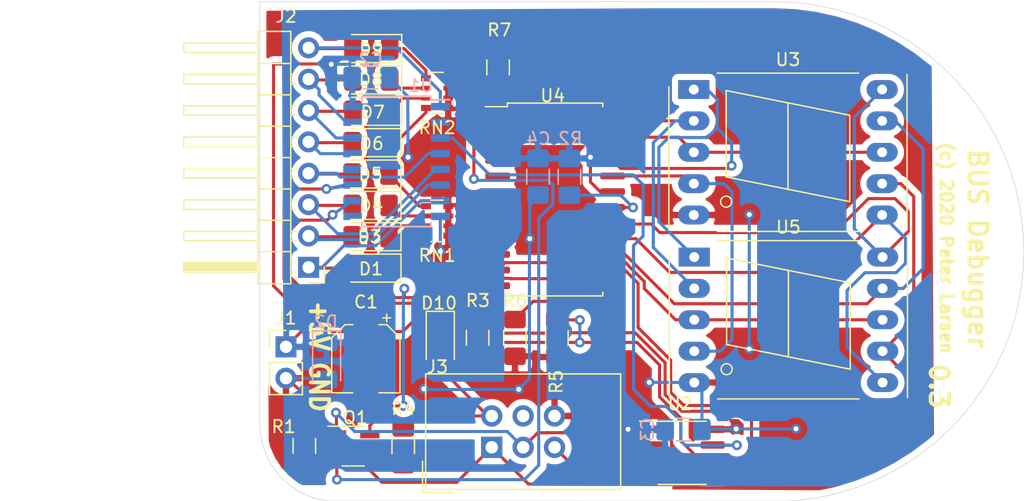
<source format=kicad_pcb>
(kicad_pcb (version 20171130) (host pcbnew 5.1.6-1.fc32)
  (title_block (title "LED/HEX Display") (date 2020-05-27) (rev 0.3))
  (layers (0 F.Cu power) (31 B.Cu power) (34 B.Paste user) (35 F.Paste user) (36 B.SilkS user) (37 F.SilkS user) (38 B.Mask user) (39 F.Mask user) (44 Edge.Cuts user))
  (net 0 "")
  (net 1 /LED0)
  (net 2 "Net-(D1-Pad1)")
  (net 3 +5V)
  (net 4 GND)
  (net 5 "Net-(D3-Pad1)")
  (net 6 /LED1)
  (net 7 /LED2)
  (net 8 "Net-(D4-Pad1)")
  (net 9 "Net-(D5-Pad1)")
  (net 10 /LED3)
  (net 11 /LED4)
  (net 12 "Net-(D6-Pad1)")
  (net 13 "Net-(D7-Pad1)")
  (net 14 /LED5)
  (net 15 "Net-(D8-Pad1)")
  (net 16 /LED6)
  (net 17 /LED7)
  (net 18 "Net-(D9-Pad1)")
  (net 19 /~RST)
  (net 20 INDATA)
  (net 21 "Net-(R2-Pad2)")
  (net 22 OUTDATA)
  (net 23 SEL_IN)
  (net 24 SEL_OUT)
  (net 25 /SEG_C)
  (net 26 /SEG_E)
  (net 27 /SEG_D)
  (net 28 /DIG_1)
  (net 29 /DIG_0)
  (net 30 /SEG_G)
  (net 31 /SEG_A)
  (net 32 /SEG_F)
  (net 33 /SEG_B)
  (net 34 /AVR-5v)
  (net 35 TPIDATA)
  (net 36 TPICLK)
  (net 37 SHARED_CLK)
  (net 38 "Net-(Q1-Pad2)")
  (module Package_SO:SOIC-16W_5.3x10.2mm_P1.27mm (layer B.Cu) (at 121.3485 87.249 180)
    (fp_text reference U1 (at -1.9685 6.1468) (layer B.SilkS) (effects (justify mirror)))
    (fp_text value 4021)
    (pad 1 smd rect (at -3.55 4.445 180) (size 1.5 0.6) (layers B.Cu B.Paste B.Mask) (net 17 /LED7))
    (pad 2 smd rect (at -3.55 3.175 180) (size 1.5 0.6) (layers B.Cu B.Paste B.Mask))
    (pad 3 smd rect (at -3.55 1.905 180) (size 1.5 0.6) (layers B.Cu B.Paste B.Mask) (net 20 INDATA))
    (pad 4 smd rect (at -3.55 0.635 180) (size 1.5 0.6) (layers B.Cu B.Paste B.Mask) (net 10 /LED3))
    (pad 5 smd rect (at -3.55 -0.635 180) (size 1.5 0.6) (layers B.Cu B.Paste B.Mask) (net 7 /LED2))
    (pad 6 smd rect (at -3.55 -1.905 180) (size 1.5 0.6) (layers B.Cu B.Paste B.Mask) (net 6 /LED1))
    (pad 7 smd rect (at -3.55 -3.175 180) (size 1.5 0.6) (layers B.Cu B.Paste B.Mask) (net 1 /LED0))
    (pad 8 smd rect (at -3.55 -4.445 180) (size 1.5 0.6) (layers B.Cu B.Paste B.Mask) (net 4 GND))
    (pad 9 smd rect (at 3.55 -4.445 180) (size 1.5 0.6) (layers B.Cu B.Paste B.Mask))
    (pad 10 smd rect (at 3.55 -3.175 180) (size 1.5 0.6) (layers B.Cu B.Paste B.Mask) (net 37 SHARED_CLK))
    (pad 11 smd rect (at 3.55 -1.905 180) (size 1.5 0.6) (layers B.Cu B.Paste B.Mask) (net 23 SEL_IN))
    (pad 12 smd rect (at 3.55 -0.635 180) (size 1.5 0.6) (layers B.Cu B.Paste B.Mask))
    (pad 13 smd rect (at 3.55 0.635 180) (size 1.5 0.6) (layers B.Cu B.Paste B.Mask) (net 11 /LED4))
    (pad 14 smd rect (at 3.55 1.905 180) (size 1.5 0.6) (layers B.Cu B.Paste B.Mask) (net 14 /LED5))
    (pad 15 smd rect (at 3.55 3.175 180) (size 1.5 0.6) (layers B.Cu B.Paste B.Mask) (net 16 /LED6))
    (pad 16 smd rect (at 3.55 4.445 180) (size 1.5 0.6) (layers B.Cu B.Paste B.Mask) (net 3 +5V))
  )
  (module Resistor_SMD:R_1206_3216Metric_Pad1.42x1.75mm_HandSolder (layer F.Cu) (at 127.9144 101.5238 90)
    (fp_text reference R3 (at 3.00754 0.02032 180) (layer F.SilkS))
    (fp_text value 1K)
    (pad 2 smd roundrect (at 1.4875 0 90) (size 1.425 1.75) (layers F.Cu F.Paste F.Mask) (roundrect_rratio 0.175439) (net 24 SEL_OUT))
    (pad 1 smd roundrect (at -1.4875 0 90) (size 1.425 1.75) (layers F.Cu F.Paste F.Mask) (roundrect_rratio 0.175439) (net 3 +5V))
  )
  (module Resistor_SMD:R_1206_3216Metric_Pad1.42x1.75mm_HandSolder (layer F.Cu) (at 134.3279 101.5492 270)
    (fp_text reference R5 (at 3.54584 0.05588 90) (layer F.SilkS))
    (fp_text value 1K)
    (pad 2 smd roundrect (at 1.4875 0 270) (size 1.425 1.75) (layers F.Cu F.Paste F.Mask) (roundrect_rratio 0.175439) (net 4 GND))
    (pad 1 smd roundrect (at -1.4875 0 270) (size 1.425 1.75) (layers F.Cu F.Paste F.Mask) (roundrect_rratio 0.175439) (net 23 SEL_IN))
  )
  (module Resistor_SMD:R_1206_3216Metric_Pad1.42x1.75mm_HandSolder (layer F.Cu) (at 130.937 101.5365 90)
    (fp_text reference R6 (at 3.03022 0.01524 180) (layer F.SilkS))
    (fp_text value 1K)
    (pad 2 smd roundrect (at 1.4875 0 90) (size 1.425 1.75) (layers F.Cu F.Paste F.Mask) (roundrect_rratio 0.175439) (net 37 SHARED_CLK))
    (pad 1 smd roundrect (at -1.4875 0 90) (size 1.425 1.75) (layers F.Cu F.Paste F.Mask) (roundrect_rratio 0.175439) (net 4 GND))
  )
  (module Resistor_SMD:R_1206_3216Metric_Pad1.42x1.75mm_HandSolder (layer F.Cu) (at 129.57048 79.63408 90)
    (fp_text reference R7 (at 3.03276 0.1016 180) (layer F.SilkS))
    (fp_text value 1K)
    (pad 2 smd roundrect (at 1.4875 0 90) (size 1.425 1.75) (layers F.Cu F.Paste F.Mask) (roundrect_rratio 0.175439) (net 4 GND))
    (pad 1 smd roundrect (at -1.4875 0 90) (size 1.425 1.75) (layers F.Cu F.Paste F.Mask) (roundrect_rratio 0.175439) (net 22 OUTDATA))
  )
  (module Resistor_SMD:R_1206_3216Metric_Pad1.42x1.75mm_HandSolder (layer F.Cu) (at 113.8936 110.2868 270)
    (fp_text reference R1 (at -1.5621 1.6764 180) (layer F.SilkS))
    (fp_text value 100k)
    (pad 2 smd roundrect (at 1.4875 0 270) (size 1.425 1.75) (layers F.Cu F.Paste F.Mask) (roundrect_rratio 0.175439) (net 38 "Net-(Q1-Pad2)"))
    (pad 1 smd roundrect (at -1.4875 0 270) (size 1.425 1.75) (layers F.Cu F.Paste F.Mask) (roundrect_rratio 0.175439) (net 4 GND))
  )
  (module Resistor_SMD:R_1206_3216Metric_Pad1.42x1.75mm_HandSolder (layer B.Cu) (at 135.34136 88.48852 270)
    (fp_text reference R2 (at -3.0988 -0.0762 180) (layer B.SilkS) (effects (justify mirror)))
    (fp_text value 33K)
    (pad 2 smd roundrect (at 1.4875 0 270) (size 1.425 1.75) (layers B.Cu B.Paste B.Mask) (roundrect_rratio 0.175439) (net 21 "Net-(R2-Pad2)"))
    (pad 1 smd roundrect (at -1.4875 0 270) (size 1.425 1.75) (layers B.Cu B.Paste B.Mask) (roundrect_rratio 0.175439) (net 3 +5V))
  )
  (module Resistor_SMD:R_1206_3216Metric_Pad1.42x1.75mm_HandSolder (layer F.Cu) (at 121.8946 110.3122 90)
    (fp_text reference R4 (at 3.048 0.01132 180) (layer F.SilkS))
    (fp_text value 1k)
    (pad 2 smd roundrect (at 1.4875 0 90) (size 1.425 1.75) (layers F.Cu F.Paste F.Mask) (roundrect_rratio 0.175439) (net 34 /AVR-5v))
    (pad 1 smd roundrect (at -1.4875 0 90) (size 1.425 1.75) (layers F.Cu F.Paste F.Mask) (roundrect_rratio 0.175439) (net 38 "Net-(Q1-Pad2)"))
  )
  (module Display_7Segment:7SegmentLED_LTS6760_LTS6780 (layer F.Cu) (at 145.4404 94.99092)
    (fp_text reference U5 (at 7.62 -2.42) (layer F.SilkS))
    (fp_text value "19x12mm 7segment")
    (pad 1 thru_hole rect (at 0 0 270) (size 1.524 2.524) (drill 0.8) (layers *.Cu *.Mask) (net 26 /SEG_E))
    (pad 2 thru_hole oval (at 0 2.54 270) (size 1.524 2.524) (drill 0.8) (layers *.Cu *.Mask) (net 27 /SEG_D))
    (pad 3 thru_hole oval (at 0 5.08 270) (size 1.524 2.524) (drill 0.8) (layers *.Cu *.Mask) (net 28 /DIG_1))
    (pad 4 thru_hole oval (at 0 7.62 270) (size 1.524 2.524) (drill 0.8) (layers *.Cu *.Mask) (net 25 /SEG_C))
    (pad 5 thru_hole oval (at 0 10.16 270) (size 1.524 2.524) (drill 0.8) (layers *.Cu *.Mask) (net 4 GND))
    (pad 6 thru_hole oval (at 15.24 10.16 270) (size 1.524 2.524) (drill 0.8) (layers *.Cu *.Mask) (net 33 /SEG_B))
    (pad 7 thru_hole oval (at 15.24 7.62 270) (size 1.524 2.524) (drill 0.8) (layers *.Cu *.Mask) (net 31 /SEG_A))
    (pad 8 thru_hole oval (at 15.24 5.08 270) (size 1.524 2.524) (drill 0.8) (layers *.Cu *.Mask) (net 28 /DIG_1))
    (pad 9 thru_hole oval (at 15.24 2.54 270) (size 1.524 2.524) (drill 0.8) (layers *.Cu *.Mask) (net 32 /SEG_F))
    (pad 10 thru_hole oval (at 15.24 0 270) (size 1.524 2.524) (drill 0.8) (layers *.Cu *.Mask) (net 30 /SEG_G))
  )
  (module Diode_SMD:D_1206_3216Metric_Pad1.42x1.75mm_HandSolder (layer B.Cu) (at 115.697 103.4161 270)
    (fp_text reference D2 (at -3.175 0.0635 180) (layer B.SilkS) (effects (justify mirror)))
    (fp_text value D_Zener)
    (pad 2 smd roundrect (at 1.4875 0 270) (size 1.425 1.75) (layers B.Cu B.Paste B.Mask) (roundrect_rratio 0.175439) (net 4 GND))
    (pad 1 smd roundrect (at -1.4875 0 270) (size 1.425 1.75) (layers B.Cu B.Paste B.Mask) (roundrect_rratio 0.175439) (net 3 +5V))
  )
  (module Connector_IDC:IDC-Header_2x03_P2.54mm_Vertical (layer F.Cu) (at 129.0574 110.4011 90)
    (fp_text reference J3 (at 6.5151 -4.3942 180) (layer F.SilkS))
    (fp_text value AVR-TPI-6)
    (pad 1 thru_hole rect (at 0 0 90) (size 1.7272 1.7272) (drill 1.016) (layers *.Cu *.Mask) (net 35 TPIDATA))
    (pad 2 thru_hole oval (at 2.54 0 90) (size 1.7272 1.7272) (drill 1.016) (layers *.Cu *.Mask) (net 34 /AVR-5v))
    (pad 3 thru_hole oval (at 0 2.54 90) (size 1.7272 1.7272) (drill 1.016) (layers *.Cu *.Mask) (net 36 TPICLK))
    (pad 4 thru_hole oval (at 2.54 2.54 90) (size 1.7272 1.7272) (drill 1.016) (layers *.Cu *.Mask))
    (pad 5 thru_hole oval (at 0 5.08 90) (size 1.7272 1.7272) (drill 1.016) (layers *.Cu *.Mask) (net 19 /~RST))
    (pad 6 thru_hole oval (at 2.54 5.08 90) (size 1.7272 1.7272) (drill 1.016) (layers *.Cu *.Mask) (net 4 GND))
  )
  (module Connector_PinHeader_2.54mm:PinHeader_1x08_P2.54mm_Horizontal (layer F.Cu) (at 114.2365 95.8215 180)
    (fp_text reference J2 (at 1.8161 20.3327) (layer F.SilkS))
    (fp_text value Conn_01x08)
    (pad 1 thru_hole rect (at 0 0 180) (size 1.7 1.7) (drill 1) (layers *.Cu *.Mask) (net 1 /LED0))
    (pad 2 thru_hole oval (at 0 2.54 180) (size 1.7 1.7) (drill 1) (layers *.Cu *.Mask) (net 6 /LED1))
    (pad 3 thru_hole oval (at 0 5.08 180) (size 1.7 1.7) (drill 1) (layers *.Cu *.Mask) (net 7 /LED2))
    (pad 4 thru_hole oval (at 0 7.62 180) (size 1.7 1.7) (drill 1) (layers *.Cu *.Mask) (net 10 /LED3))
    (pad 5 thru_hole oval (at 0 10.16 180) (size 1.7 1.7) (drill 1) (layers *.Cu *.Mask) (net 11 /LED4))
    (pad 6 thru_hole oval (at 0 12.7 180) (size 1.7 1.7) (drill 1) (layers *.Cu *.Mask) (net 14 /LED5))
    (pad 7 thru_hole oval (at 0 15.24 180) (size 1.7 1.7) (drill 1) (layers *.Cu *.Mask) (net 16 /LED6))
    (pad 8 thru_hole oval (at 0 17.78 180) (size 1.7 1.7) (drill 1) (layers *.Cu *.Mask) (net 17 /LED7))
  )
  (module Connector_PinHeader_2.54mm:PinHeader_1x02_P2.54mm_Vertical (layer F.Cu) (at 112.4077 102.2604)
    (fp_text reference J1 (at 0 -2.33) (layer F.SilkS))
    (fp_text value Conn_01x02_Male)
    (pad 1 thru_hole rect (at 0 0) (size 1.7 1.7) (drill 1) (layers *.Cu *.Mask) (net 3 +5V))
    (pad 2 thru_hole oval (at 0 2.54) (size 1.7 1.7) (drill 1) (layers *.Cu *.Mask) (net 4 GND))
  )
  (module LED_SMD:LED_1206_3216Metric_Pad1.42x1.75mm_HandSolder (layer F.Cu) (at 119.253 95.885 180)
    (fp_text reference D1 (at -0.0254 -0.0635) (layer F.SilkS))
    (fp_text value LED)
    (pad 2 smd roundrect (at 1.4875 0 180) (size 1.425 1.75) (layers F.Cu F.Paste F.Mask) (roundrect_rratio 0.175439) (net 1 /LED0))
    (pad 1 smd roundrect (at -1.4875 0 180) (size 1.425 1.75) (layers F.Cu F.Paste F.Mask) (roundrect_rratio 0.175439) (net 2 "Net-(D1-Pad1)"))
  )
  (module LED_SMD:LED_1206_3216Metric_Pad1.42x1.75mm_HandSolder (layer F.Cu) (at 119.253 93.345 180)
    (fp_text reference D3 (at 0.0762 0) (layer F.SilkS))
    (fp_text value LED)
    (pad 1 smd roundrect (at -1.4875 0 180) (size 1.425 1.75) (layers F.Cu F.Paste F.Mask) (roundrect_rratio 0.175439) (net 5 "Net-(D3-Pad1)"))
    (pad 2 smd roundrect (at 1.4875 0 180) (size 1.425 1.75) (layers F.Cu F.Paste F.Mask) (roundrect_rratio 0.175439) (net 6 /LED1))
  )
  (module LED_SMD:LED_1206_3216Metric_Pad1.42x1.75mm_HandSolder (layer F.Cu) (at 119.253 90.805 180)
    (fp_text reference D4 (at -0.0635 -0.0127) (layer F.SilkS))
    (fp_text value LED)
    (pad 2 smd roundrect (at 1.4875 0 180) (size 1.425 1.75) (layers F.Cu F.Paste F.Mask) (roundrect_rratio 0.175439) (net 7 /LED2))
    (pad 1 smd roundrect (at -1.4875 0 180) (size 1.425 1.75) (layers F.Cu F.Paste F.Mask) (roundrect_rratio 0.175439) (net 8 "Net-(D4-Pad1)"))
  )
  (module LED_SMD:LED_1206_3216Metric_Pad1.42x1.75mm_HandSolder (layer F.Cu) (at 119.253 88.265 180)
    (fp_text reference D5 (at 0 -0.0254) (layer F.SilkS))
    (fp_text value LED)
    (pad 1 smd roundrect (at -1.4875 0 180) (size 1.425 1.75) (layers F.Cu F.Paste F.Mask) (roundrect_rratio 0.175439) (net 9 "Net-(D5-Pad1)"))
    (pad 2 smd roundrect (at 1.4875 0 180) (size 1.425 1.75) (layers F.Cu F.Paste F.Mask) (roundrect_rratio 0.175439) (net 10 /LED3))
  )
  (module LED_SMD:LED_1206_3216Metric_Pad1.42x1.75mm_HandSolder (layer F.Cu) (at 119.253 85.725 180)
    (fp_text reference D6 (at -0.0889 -0.0762) (layer F.SilkS))
    (fp_text value LED)
    (pad 2 smd roundrect (at 1.4875 0 180) (size 1.425 1.75) (layers F.Cu F.Paste F.Mask) (roundrect_rratio 0.175439) (net 11 /LED4))
    (pad 1 smd roundrect (at -1.4875 0 180) (size 1.425 1.75) (layers F.Cu F.Paste F.Mask) (roundrect_rratio 0.175439) (net 12 "Net-(D6-Pad1)"))
  )
  (module LED_SMD:LED_1206_3216Metric_Pad1.42x1.75mm_HandSolder (layer F.Cu) (at 119.3165 83.185 180)
    (fp_text reference D7 (at -0.1143 -0.0762) (layer F.SilkS))
    (fp_text value LED)
    (pad 1 smd roundrect (at -1.4875 0 180) (size 1.425 1.75) (layers F.Cu F.Paste F.Mask) (roundrect_rratio 0.175439) (net 13 "Net-(D7-Pad1)"))
    (pad 2 smd roundrect (at 1.4875 0 180) (size 1.425 1.75) (layers F.Cu F.Paste F.Mask) (roundrect_rratio 0.175439) (net 14 /LED5))
  )
  (module LED_SMD:LED_1206_3216Metric_Pad1.42x1.75mm_HandSolder (layer F.Cu) (at 119.3165 80.645 180)
    (fp_text reference D8 (at 0.0381 0.0381) (layer F.SilkS))
    (fp_text value LED)
    (pad 1 smd roundrect (at -1.4875 0 180) (size 1.425 1.75) (layers F.Cu F.Paste F.Mask) (roundrect_rratio 0.175439) (net 15 "Net-(D8-Pad1)"))
    (pad 2 smd roundrect (at 1.4875 0 180) (size 1.425 1.75) (layers F.Cu F.Paste F.Mask) (roundrect_rratio 0.175439) (net 16 /LED6))
  )
  (module LED_SMD:LED_1206_3216Metric_Pad1.42x1.75mm_HandSolder (layer F.Cu) (at 119.3165 78.105 180)
    (fp_text reference D9 (at 0.0127 -0.0508) (layer F.SilkS))
    (fp_text value LED)
    (pad 2 smd roundrect (at 1.4875 0 180) (size 1.425 1.75) (layers F.Cu F.Paste F.Mask) (roundrect_rratio 0.175439) (net 17 /LED7))
    (pad 1 smd roundrect (at -1.4875 0 180) (size 1.425 1.75) (layers F.Cu F.Paste F.Mask) (roundrect_rratio 0.175439) (net 18 "Net-(D9-Pad1)"))
  )
  (module Package_SO:SOIC-8_3.9x4.9mm_P1.27mm (layer F.Cu) (at 144.4625 110.8456)
    (fp_text reference U2 (at -0.1651 -3.9751) (layer F.SilkS))
    (fp_text value ATtiny102-SS)
    (pad 1 smd roundrect (at -2.475 -1.905) (size 1.95 0.6) (layers F.Cu F.Paste F.Mask) (net 3 +5V))
    (pad 2 smd roundrect (at -2.475 -0.635) (size 1.95 0.6) (layers F.Cu F.Paste F.Mask) (net 36 TPICLK))
    (pad 3 smd roundrect (at -2.475 0.635) (size 1.95 0.6) (layers F.Cu F.Paste F.Mask) (net 35 TPIDATA))
    (pad 4 smd roundrect (at -2.475 1.905) (size 1.95 0.6) (layers F.Cu F.Paste F.Mask) (net 19 /~RST))
    (pad 5 smd roundrect (at 2.475 1.905) (size 1.95 0.6) (layers F.Cu F.Paste F.Mask) (net 24 SEL_OUT))
    (pad 6 smd roundrect (at 2.475 0.635) (size 1.95 0.6) (layers F.Cu F.Paste F.Mask) (net 23 SEL_IN))
    (pad 7 smd roundrect (at 2.475 -0.635) (size 1.95 0.6) (layers F.Cu F.Paste F.Mask) (net 20 INDATA))
    (pad 8 smd roundrect (at 2.475 -1.905) (size 1.95 0.6) (layers F.Cu F.Paste F.Mask) (net 4 GND))
  )
  (module Diode_SMD:D_1206_3216Metric (layer F.Cu) (at 124.8918 101.66858 270)
    (fp_text reference D10 (at -2.9464 0.1016 180) (layer F.SilkS))
    (fp_text value D)
    (pad 1 smd roundrect (at -1.4 0 270) (size 1.25 1.75) (layers F.Cu F.Paste F.Mask) (roundrect_rratio 0.2) (net 3 +5V))
    (pad 2 smd roundrect (at 1.4 0 270) (size 1.25 1.75) (layers F.Cu F.Paste F.Mask) (roundrect_rratio 0.2) (net 34 /AVR-5v))
  )
  (module Capacitor_SMD:C_1206_3216Metric_Pad1.42x1.75mm_HandSolder (layer B.Cu) (at 119.253 80.4545)
    (fp_text reference C2 (at 0 -1.524 180) (layer B.SilkS) (effects (justify mirror)))
    (fp_text value 0.1uF)
    (pad 2 smd roundrect (at 1.4875 0) (size 1.425 1.75) (layers B.Cu B.Paste B.Mask) (roundrect_rratio 0.175439) (net 4 GND))
    (pad 1 smd roundrect (at -1.4875 0) (size 1.425 1.75) (layers B.Cu B.Paste B.Mask) (roundrect_rratio 0.175439) (net 3 +5V))
  )
  (module Capacitor_SMD:C_1206_3216Metric_Pad1.42x1.75mm_HandSolder (layer B.Cu) (at 144.5768 108.966)
    (fp_text reference C3 (at -2.921 0 -270) (layer B.SilkS) (effects (justify mirror)))
    (fp_text value 0.1uF)
    (pad 1 smd roundrect (at -1.4875 0) (size 1.425 1.75) (layers B.Cu B.Paste B.Mask) (roundrect_rratio 0.175439) (net 3 +5V))
    (pad 2 smd roundrect (at 1.4875 0) (size 1.425 1.75) (layers B.Cu B.Paste B.Mask) (roundrect_rratio 0.175439) (net 4 GND))
  )
  (module Capacitor_SMD:C_1206_3216Metric_Pad1.42x1.75mm_HandSolder (layer B.Cu) (at 132.80136 88.4793 270)
    (fp_text reference C4 (at -3.06832 -0.03556) (layer B.SilkS) (effects (justify mirror)))
    (fp_text value 0.1uF)
    (pad 2 smd roundrect (at 1.4875 0 270) (size 1.425 1.75) (layers B.Cu B.Paste B.Mask) (roundrect_rratio 0.175439) (net 4 GND))
    (pad 1 smd roundrect (at -1.4875 0 270) (size 1.425 1.75) (layers B.Cu B.Paste B.Mask) (roundrect_rratio 0.175439) (net 3 +5V))
  )
  (module Display_7Segment:7SegmentLED_LTS6760_LTS6780 (layer F.Cu) (at 145.40484 81.42224)
    (fp_text reference U3 (at 7.62 -2.42) (layer F.SilkS))
    (fp_text value "19x12mm 7segment")
    (pad 10 thru_hole oval (at 15.24 0 270) (size 1.524 2.524) (drill 0.8) (layers *.Cu *.Mask) (net 30 /SEG_G))
    (pad 9 thru_hole oval (at 15.24 2.54 270) (size 1.524 2.524) (drill 0.8) (layers *.Cu *.Mask) (net 32 /SEG_F))
    (pad 8 thru_hole oval (at 15.24 5.08 270) (size 1.524 2.524) (drill 0.8) (layers *.Cu *.Mask) (net 29 /DIG_0))
    (pad 7 thru_hole oval (at 15.24 7.62 270) (size 1.524 2.524) (drill 0.8) (layers *.Cu *.Mask) (net 31 /SEG_A))
    (pad 6 thru_hole oval (at 15.24 10.16 270) (size 1.524 2.524) (drill 0.8) (layers *.Cu *.Mask) (net 33 /SEG_B))
    (pad 5 thru_hole oval (at 0 10.16 270) (size 1.524 2.524) (drill 0.8) (layers *.Cu *.Mask) (net 4 GND))
    (pad 4 thru_hole oval (at 0 7.62 270) (size 1.524 2.524) (drill 0.8) (layers *.Cu *.Mask) (net 25 /SEG_C))
    (pad 3 thru_hole oval (at 0 5.08 270) (size 1.524 2.524) (drill 0.8) (layers *.Cu *.Mask) (net 29 /DIG_0))
    (pad 2 thru_hole oval (at 0 2.54 270) (size 1.524 2.524) (drill 0.8) (layers *.Cu *.Mask) (net 27 /SEG_D))
    (pad 1 thru_hole rect (at 0 0 270) (size 1.524 2.524) (drill 0.8) (layers *.Cu *.Mask) (net 26 /SEG_E))
  )
  (module Package_TO_SOT_SMD:SOT-23-6_Handsoldering (layer F.Cu) (at 117.8433 110.2995)
    (fp_text reference Q1 (at 0.1778 -2.2987) (layer F.SilkS))
    (fp_text value DMMT5401)
    (pad 1 smd rect (at -1.35 -0.95) (size 1.56 0.65) (layers F.Cu F.Paste F.Mask) (net 36 TPICLK))
    (pad 2 smd rect (at -1.35 0) (size 1.56 0.65) (layers F.Cu F.Paste F.Mask) (net 38 "Net-(Q1-Pad2)"))
    (pad 3 smd rect (at -1.35 0.95) (size 1.56 0.65) (layers F.Cu F.Paste F.Mask) (net 22 OUTDATA))
    (pad 4 smd rect (at 1.35 0.95) (size 1.56 0.65) (layers F.Cu F.Paste F.Mask) (net 35 TPIDATA))
    (pad 6 smd rect (at 1.35 -0.95) (size 1.56 0.65) (layers F.Cu F.Paste F.Mask) (net 37 SHARED_CLK))
    (pad 5 smd rect (at 1.35 0) (size 1.56 0.65) (layers F.Cu F.Paste F.Mask) (net 38 "Net-(Q1-Pad2)"))
  )
  (module Package_SO:SOP-24_7.5x15.4mm_P1.27mm (layer F.Cu) (at 134.18312 90.32748)
    (fp_text reference U4 (at -0.1905 -8.4074) (layer F.SilkS))
    (fp_text value MAX7219)
    (pad 1 smd roundrect (at -4.65 -6.985) (size 2 0.55) (layers F.Cu F.Paste F.Mask) (net 22 OUTDATA))
    (pad 2 smd roundrect (at -4.65 -5.715) (size 2 0.55) (layers F.Cu F.Paste F.Mask) (net 29 /DIG_0))
    (pad 3 smd roundrect (at -4.65 -4.445) (size 2 0.55) (layers F.Cu F.Paste F.Mask))
    (pad 4 smd roundrect (at -4.65 -3.175) (size 2 0.55) (layers F.Cu F.Paste F.Mask) (net 4 GND))
    (pad 5 smd roundrect (at -4.65 -1.905) (size 2 0.55) (layers F.Cu F.Paste F.Mask))
    (pad 6 smd roundrect (at -4.65 -0.635) (size 2 0.55) (layers F.Cu F.Paste F.Mask))
    (pad 7 smd roundrect (at -4.65 0.635) (size 2 0.55) (layers F.Cu F.Paste F.Mask))
    (pad 8 smd roundrect (at -4.65 1.905) (size 2 0.55) (layers F.Cu F.Paste F.Mask))
    (pad 9 smd roundrect (at -4.65 3.175) (size 2 0.55) (layers F.Cu F.Paste F.Mask) (net 4 GND))
    (pad 10 smd roundrect (at -4.65 4.445) (size 2 0.55) (layers F.Cu F.Paste F.Mask))
    (pad 11 smd roundrect (at -4.65 5.715) (size 2 0.55) (layers F.Cu F.Paste F.Mask) (net 28 /DIG_1))
    (pad 12 smd roundrect (at -4.65 6.985) (size 2 0.55) (layers F.Cu F.Paste F.Mask) (net 24 SEL_OUT))
    (pad 13 smd roundrect (at 4.65 6.985) (size 2 0.55) (layers F.Cu F.Paste F.Mask) (net 37 SHARED_CLK))
    (pad 14 smd roundrect (at 4.65 5.715) (size 2 0.55) (layers F.Cu F.Paste F.Mask) (net 31 /SEG_A))
    (pad 15 smd roundrect (at 4.65 4.445) (size 2 0.55) (layers F.Cu F.Paste F.Mask) (net 32 /SEG_F))
    (pad 16 smd roundrect (at 4.65 3.175) (size 2 0.55) (layers F.Cu F.Paste F.Mask) (net 33 /SEG_B))
    (pad 17 smd roundrect (at 4.65 1.905) (size 2 0.55) (layers F.Cu F.Paste F.Mask) (net 30 /SEG_G))
    (pad 18 smd roundrect (at 4.65 0.635) (size 2 0.55) (layers F.Cu F.Paste F.Mask) (net 21 "Net-(R2-Pad2)"))
    (pad 19 smd roundrect (at 4.65 -0.635) (size 2 0.55) (layers F.Cu F.Paste F.Mask) (net 3 +5V))
    (pad 20 smd roundrect (at 4.65 -1.905) (size 2 0.55) (layers F.Cu F.Paste F.Mask) (net 25 /SEG_C))
    (pad 21 smd roundrect (at 4.65 -3.175) (size 2 0.55) (layers F.Cu F.Paste F.Mask) (net 26 /SEG_E))
    (pad 22 smd roundrect (at 4.65 -4.445) (size 2 0.55) (layers F.Cu F.Paste F.Mask))
    (pad 23 smd roundrect (at 4.65 -5.715) (size 2 0.55) (layers F.Cu F.Paste F.Mask) (net 27 /SEG_D))
    (pad 24 smd roundrect (at 4.65 -6.985) (size 2 0.55) (layers F.Cu F.Paste F.Mask))
  )
  (module Resistor_SMD:R_Array_Convex_4x0603 (layer F.Cu) (at 124.6378 92.0623 180)
    (fp_text reference RN1 (at 0 -2.8) (layer F.SilkS))
    (fp_text value 330)
    (pad 1 smd rect (at -0.9 -1.2 180) (size 0.8 0.5) (layers F.Cu F.Paste F.Mask) (net 4 GND))
    (pad 3 smd rect (at -0.9 0.4 180) (size 0.8 0.4) (layers F.Cu F.Paste F.Mask) (net 4 GND))
    (pad 2 smd rect (at -0.9 -0.4 180) (size 0.8 0.4) (layers F.Cu F.Paste F.Mask) (net 4 GND))
    (pad 4 smd rect (at -0.9 1.2 180) (size 0.8 0.5) (layers F.Cu F.Paste F.Mask) (net 4 GND))
    (pad 7 smd rect (at 0.9 -0.4 180) (size 0.8 0.4) (layers F.Cu F.Paste F.Mask) (net 5 "Net-(D3-Pad1)"))
    (pad 8 smd rect (at 0.9 -1.2 180) (size 0.8 0.5) (layers F.Cu F.Paste F.Mask) (net 2 "Net-(D1-Pad1)"))
    (pad 6 smd rect (at 0.9 0.4 180) (size 0.8 0.4) (layers F.Cu F.Paste F.Mask) (net 8 "Net-(D4-Pad1)"))
    (pad 5 smd rect (at 0.9 1.2 180) (size 0.8 0.5) (layers F.Cu F.Paste F.Mask) (net 9 "Net-(D5-Pad1)"))
  )
  (module Resistor_SMD:R_Array_Convex_4x0603 (layer F.Cu) (at 124.6378 81.7118 180)
    (fp_text reference RN2 (at 0 -2.8) (layer F.SilkS))
    (fp_text value 330)
    (pad 5 smd rect (at 0.9 1.2 180) (size 0.8 0.5) (layers F.Cu F.Paste F.Mask) (net 18 "Net-(D9-Pad1)"))
    (pad 6 smd rect (at 0.9 0.4 180) (size 0.8 0.4) (layers F.Cu F.Paste F.Mask) (net 15 "Net-(D8-Pad1)"))
    (pad 8 smd rect (at 0.9 -1.2 180) (size 0.8 0.5) (layers F.Cu F.Paste F.Mask) (net 12 "Net-(D6-Pad1)"))
    (pad 7 smd rect (at 0.9 -0.4 180) (size 0.8 0.4) (layers F.Cu F.Paste F.Mask) (net 13 "Net-(D7-Pad1)"))
    (pad 4 smd rect (at -0.9 1.2 180) (size 0.8 0.5) (layers F.Cu F.Paste F.Mask) (net 4 GND))
    (pad 2 smd rect (at -0.9 -0.4 180) (size 0.8 0.4) (layers F.Cu F.Paste F.Mask) (net 4 GND))
    (pad 3 smd rect (at -0.9 0.4 180) (size 0.8 0.4) (layers F.Cu F.Paste F.Mask) (net 4 GND))
    (pad 1 smd rect (at -0.9 -1.2 180) (size 0.8 0.5) (layers F.Cu F.Paste F.Mask) (net 4 GND))
  )
  (module Capacitor_SMD:CP_Elec_5x5.4 (layer F.Cu) (at 118.872 103.2256 270)
    (fp_text reference C1 (at -4.5974 -0.0127 180) (layer F.SilkS))
    (fp_text value 10uF)
    (pad 1 smd roundrect (at -2.2 0 270) (size 3 1.6) (layers F.Cu F.Paste F.Mask) (roundrect_rratio 0.15625) (net 3 +5V))
    (pad 2 smd roundrect (at 2.2 0 270) (size 3 1.6) (layers F.Cu F.Paste F.Mask) (roundrect_rratio 0.15625) (net 4 GND))
  )
  (gr_text 0.3 (at 165.24224 105.4481 270) (layer F.SilkS) (effects (font (size 1.5 1.5) (thickness 0.3))))
  (gr_arc (start 151.866603 94.545772) (end 152.9588 114.7572) (angle -176.542032) (layer Edge.Cuts) (width 0.05))
  (gr_text "(c) 2020 Peter Larsen" (at 165.85184 94.27464 270) (layer F.SilkS) (effects (font (size 1 1) (thickness 0.25))))
  (gr_text "BUS Debugger" (at 168.38168 94.32544 270) (layer F.SilkS) (effects (font (size 1.5 1.5) (thickness 0.3))))
  (gr_arc (start 116.581899 108.489803) (end 110.2868 108.5088) (angle -83.38862962) (layer Edge.Cuts) (width 0.05))
  (gr_text "+5V GND" (at 115.0874 103.0351 270) (layer F.SilkS) (effects (font (size 1.5 1.3) (thickness 0.3))))
  (gr_line (start 151.995473 74.305265) (end 110.2868 74.295) (layer Edge.Cuts) (width 0.05))
  (gr_line (start 115.875988 114.745226) (end 152.9588 114.7572) (layer Edge.Cuts) (width 0.05))
  (gr_line (start 110.2868 74.295) (end 110.2868 108.5088) (layer Edge.Cuts) (width 0.05))
  (segment (start 114.3 95.885) (end 114.2365 95.8215) (width 0.25) (layer F.Cu) (net 1))
  (segment (start 117.7655 95.885) (end 114.3 95.885) (width 0.25) (layer F.Cu) (net 1))
  (segment (start 115.3365 95.8215) (end 114.2365 95.8215) (width 0.25) (layer B.Cu) (net 1))
  (segment (start 117.08148 94.07652) (end 115.3365 95.8215) (width 0.25) (layer B.Cu) (net 1))
  (segment (start 119.65432 94.07652) (end 117.08148 94.07652) (width 0.25) (layer B.Cu) (net 1))
  (segment (start 123.30684 90.424) (end 119.65432 94.07652) (width 0.25) (layer B.Cu) (net 1))
  (segment (start 124.8985 90.424) (end 123.30684 90.424) (width 0.25) (layer B.Cu) (net 1))
  (segment (start 123.7759 94.1942) (end 123.7378 93.2623) (width 0.25) (layer F.Cu) (net 2))
  (segment (start 122.0851 95.885) (end 123.7759 94.1942) (width 0.25) (layer F.Cu) (net 2))
  (segment (start 120.7405 95.885) (end 122.0851 95.885) (width 0.25) (layer F.Cu) (net 2))
  (segment (start 117.7655 82.771) (end 117.7985 82.804) (width 0.25) (layer B.Cu) (net 3))
  (segment (start 117.7655 80.4545) (end 117.7655 82.771) (width 0.25) (layer B.Cu) (net 3))
  (via (at 116.078 79.375) (size 0.8) (drill 0.4) (layers F.Cu B.Cu) (net 3))
  (segment (start 117.561 79.375) (end 117.7655 79.5795) (width 0.25) (layer B.Cu) (net 3))
  (segment (start 116.078 79.375) (end 117.561 79.375) (width 0.25) (layer B.Cu) (net 3))
  (segment (start 117.7655 79.5795) (end 117.7655 80.4545) (width 0.25) (layer B.Cu) (net 3))
  (via (at 137.04316 86.90356) (size 0.8) (drill 0.4) (layers F.Cu B.Cu) (net 3))
  (segment (start 143.0639 108.9406) (end 143.0893 108.966) (width 0.25) (layer B.Cu) (net 3))
  (segment (start 139.60856 108.9406) (end 140.0937 108.9406) (width 0.25) (layer B.Cu) (net 3))
  (segment (start 137.04316 88.90252) (end 137.04316 86.90356) (width 0.25) (layer F.Cu) (net 3))
  (segment (start 137.83312 89.69248) (end 137.04316 88.90252) (width 0.25) (layer F.Cu) (net 3))
  (segment (start 138.83312 89.69248) (end 137.83312 89.69248) (width 0.25) (layer F.Cu) (net 3))
  (segment (start 135.43882 86.90356) (end 135.34136 87.00102) (width 0.25) (layer B.Cu) (net 3))
  (segment (start 137.04316 86.90356) (end 135.43882 86.90356) (width 0.25) (layer B.Cu) (net 3))
  (segment (start 141.9875 108.9406) (end 140.2461 108.9406) (width 0.25) (layer F.Cu) (net 3))
  (segment (start 140.0937 108.9406) (end 143.0639 108.9406) (width 0.25) (layer B.Cu) (net 3))
  (via (at 140.0937 108.9406) (size 0.8) (drill 0.4) (layers F.Cu B.Cu) (net 3))
  (segment (start 115.3652 102.2604) (end 115.697 101.9286) (width 0.25) (layer B.Cu) (net 3))
  (segment (start 112.4077 102.2604) (end 115.3652 102.2604) (width 0.25) (layer B.Cu) (net 3))
  (segment (start 122.61642 100.26858) (end 124.8918 100.26858) (width 0.25) (layer F.Cu) (net 3))
  (segment (start 118.872 101.0256) (end 121.8594 101.0256) (width 0.25) (layer F.Cu) (net 3))
  (segment (start 121.8594 101.0256) (end 122.61642 100.26858) (width 0.25) (layer F.Cu) (net 3))
  (segment (start 124.8918 100.5967) (end 124.8918 100.26858) (width 0.25) (layer F.Cu) (net 3))
  (segment (start 127.9144 103.0113) (end 124.8918 100.5967) (width 0.25) (layer F.Cu) (net 3))
  (segment (start 111.4044 97.3328) (end 112.4077 98.3361) (width 0.25) (layer F.Cu) (net 3))
  (segment (start 112.4077 98.3361) (end 112.4077 102.2604) (width 0.25) (layer F.Cu) (net 3))
  (segment (start 111.4044 79.375) (end 111.4044 97.3328) (width 0.25) (layer F.Cu) (net 3))
  (segment (start 111.4298 79.3496) (end 111.4044 79.375) (width 0.25) (layer F.Cu) (net 3))
  (segment (start 116.0526 79.3496) (end 111.4298 79.3496) (width 0.25) (layer F.Cu) (net 3))
  (segment (start 116.078 79.375) (end 116.0526 79.3496) (width 0.25) (layer F.Cu) (net 3))
  (segment (start 113.6425 101.0256) (end 118.872 101.0256) (width 0.25) (layer F.Cu) (net 3))
  (segment (start 112.4077 102.2604) (end 113.6425 101.0256) (width 0.25) (layer F.Cu) (net 3))
  (via (at 122.2883 86.9061) (size 0.8) (drill 0.4) (layers F.Cu B.Cu) (net 4))
  (segment (start 122.2883 86.9061) (end 122.2629 81.9769) (width 0.25) (layer B.Cu) (net 4))
  (segment (start 122.2629 81.9769) (end 120.7405 80.4545) (width 0.25) (layer B.Cu) (net 4))
  (segment (start 124.8985 93.6819) (end 124.8985 91.694) (width 0.25) (layer B.Cu) (net 4))
  (segment (start 124.90704 94.52864) (end 124.8985 93.6819) (width 0.25) (layer B.Cu) (net 4))
  (via (at 124.90704 94.52864) (size 0.8) (drill 0.4) (layers F.Cu B.Cu) (net 4))
  (segment (start 145.4404 105.41) (end 145.4404 105.15092) (width 0.25) (layer B.Cu) (net 4))
  (segment (start 146.0643 105.77482) (end 145.4404 105.15092) (width 0.25) (layer B.Cu) (net 4))
  (segment (start 146.0643 108.966) (end 146.0643 105.77482) (width 0.25) (layer B.Cu) (net 4))
  (segment (start 146.1024 108.9279) (end 146.0643 108.966) (width 0.25) (layer B.Cu) (net 4))
  (segment (start 148.82876 108.91012) (end 146.1024 108.9279) (width 0.25) (layer B.Cu) (net 4))
  (via (at 148.82876 108.91012) (size 0.8) (drill 0.4) (layers F.Cu B.Cu) (net 4))
  (via (at 153.67508 108.89996) (size 0.8) (drill 0.4) (layers F.Cu B.Cu) (net 4))
  (segment (start 153.66492 108.91012) (end 153.67508 108.89996) (width 0.25) (layer B.Cu) (net 4))
  (segment (start 148.82876 108.91012) (end 153.66492 108.91012) (width 0.25) (layer B.Cu) (net 4))
  (segment (start 125.5759 93.85978) (end 125.5378 93.2623) (width 0.25) (layer F.Cu) (net 4))
  (segment (start 124.90704 94.52864) (end 125.5759 93.85978) (width 0.25) (layer F.Cu) (net 4))
  (segment (start 125.5378 93.2623) (end 125.5378 90.8623) (width 0.25) (layer F.Cu) (net 4))
  (segment (start 125.5378 90.8623) (end 125.5649 90.8352) (width 0.25) (layer F.Cu) (net 4))
  (segment (start 125.5378 82.9118) (end 125.5378 82.1118) (width 0.25) (layer F.Cu) (net 4))
  (segment (start 125.5378 81.3118) (end 125.5378 82.1118) (width 0.25) (layer F.Cu) (net 4))
  (segment (start 125.5378 81.3118) (end 125.5378 80.5118) (width 0.25) (layer F.Cu) (net 4))
  (segment (start 125.5395 82.9135) (end 125.5378 82.9118) (width 0.25) (layer F.Cu) (net 4))
  (segment (start 113.58372 105.80878) (end 112.4077 104.8004) (width 0.25) (layer F.Cu) (net 4))
  (segment (start 113.58372 108.22018) (end 113.58372 105.80878) (width 0.25) (layer F.Cu) (net 4))
  (segment (start 115.5938 104.8004) (end 115.697 104.9036) (width 0.25) (layer B.Cu) (net 4))
  (segment (start 112.4077 104.8004) (end 115.5938 104.8004) (width 0.25) (layer B.Cu) (net 4))
  (segment (start 118.2468 104.8004) (end 112.4077 104.8004) (width 0.25) (layer F.Cu) (net 4))
  (segment (start 119.1133 105.6669) (end 118.2468 104.8004) (width 0.25) (layer F.Cu) (net 4))
  (segment (start 123.5586 105.6669) (end 119.1133 105.6669) (width 0.25) (layer F.Cu) (net 4))
  (via (at 123.5586 105.6669) (size 0.8) (drill 0.4) (layers F.Cu B.Cu) (net 4))
  (via (at 141.8082 105.14076) (size 0.8) (drill 0.4) (layers F.Cu B.Cu) (net 4))
  (segment (start 141.8082 105.14076) (end 145.4404 105.15092) (width 0.25) (layer B.Cu) (net 4))
  (segment (start 148.2598 91.58224) (end 145.40484 91.58224) (width 0.25) (layer F.Cu) (net 4))
  (segment (start 149.895935 91.547055) (end 148.2598 91.58224) (width 0.25) (layer F.Cu) (net 4))
  (via (at 149.895935 91.547055) (size 0.8) (drill 0.4) (layers F.Cu B.Cu) (net 4))
  (segment (start 149.895935 91.547055) (end 149.89048 102.4382) (width 0.25) (layer B.Cu) (net 4))
  (via (at 149.89048 102.4382) (size 0.8) (drill 0.4) (layers F.Cu B.Cu) (net 4))
  (segment (start 148.25472 105.15092) (end 145.4404 105.15092) (width 0.25) (layer F.Cu) (net 4))
  (segment (start 149.89048 103.51516) (end 148.25472 105.15092) (width 0.25) (layer F.Cu) (net 4))
  (segment (start 149.89048 102.4382) (end 149.89048 103.51516) (width 0.25) (layer F.Cu) (net 4))
  (segment (start 132.80644 90.13444) (end 132.12969 90.81119) (width 0.25) (layer B.Cu) (net 4))
  (via (at 132.12969 93.50248) (size 0.8) (drill 0.4) (layers F.Cu B.Cu) (net 4))
  (segment (start 132.12969 90.81119) (end 132.12969 93.50248) (width 0.25) (layer B.Cu) (net 4))
  (segment (start 129.53312 93.50248) (end 132.12969 93.50248) (width 0.25) (layer F.Cu) (net 4))
  (segment (start 131.0005 103.0875) (end 130.937 103.024) (width 0.25) (layer F.Cu) (net 4))
  (segment (start 141.8082 105.14076) (end 139.75494 103.0875) (width 0.25) (layer F.Cu) (net 4))
  (segment (start 134.2771 103.024) (end 134.3406 103.0875) (width 0.25) (layer F.Cu) (net 4))
  (segment (start 134.3406 103.0875) (end 139.75494 103.0875) (width 0.25) (layer F.Cu) (net 4))
  (segment (start 123.61666 105.72496) (end 123.5586 105.6669) (width 0.25) (layer B.Cu) (net 4))
  (segment (start 131.2418 105.7021) (end 123.61666 105.72496) (width 0.25) (layer B.Cu) (net 4))
  (via (at 131.2418 105.7021) (size 0.8) (drill 0.4) (layers F.Cu B.Cu) (net 4))
  (segment (start 132.1054 93.52677) (end 132.12969 93.50248) (width 0.25) (layer B.Cu) (net 4))
  (segment (start 132.1054 104.8385) (end 132.1054 93.52677) (width 0.25) (layer B.Cu) (net 4))
  (segment (start 131.2418 105.7021) (end 132.1054 104.8385) (width 0.25) (layer B.Cu) (net 4))
  (segment (start 121.6232 92.4623) (end 123.7378 92.4623) (width 0.25) (layer F.Cu) (net 5))
  (segment (start 120.7405 93.345) (end 121.6232 92.4623) (width 0.25) (layer F.Cu) (net 5))
  (segment (start 114.3 93.345) (end 114.2365 93.2815) (width 0.25) (layer F.Cu) (net 6))
  (segment (start 117.7655 93.345) (end 114.3 93.345) (width 0.25) (layer F.Cu) (net 6))
  (segment (start 114.53368 93.57868) (end 114.2365 93.2815) (width 0.25) (layer B.Cu) (net 6))
  (segment (start 119.488091 93.57868) (end 114.53368 93.57868) (width 0.25) (layer B.Cu) (net 6))
  (segment (start 119.799531 93.26724) (end 119.488091 93.57868) (width 0.25) (layer B.Cu) (net 6))
  (segment (start 119.799531 93.252969) (end 119.799531 93.26724) (width 0.25) (layer B.Cu) (net 6))
  (segment (start 123.8985 89.154) (end 119.799531 93.252969) (width 0.25) (layer B.Cu) (net 6))
  (segment (start 124.8985 89.154) (end 123.8985 89.154) (width 0.25) (layer B.Cu) (net 6))
  (segment (start 114.3 90.805) (end 114.2365 90.7415) (width 0.25) (layer F.Cu) (net 7))
  (segment (start 117.7655 90.805) (end 114.3 90.805) (width 0.25) (layer F.Cu) (net 7))
  (segment (start 116.59616 93.10116) (end 114.2365 90.7415) (width 0.25) (layer B.Cu) (net 7))
  (segment (start 119.3292 93.10116) (end 116.59616 93.10116) (width 0.25) (layer B.Cu) (net 7))
  (segment (start 119.34952 93.08084) (end 119.3292 93.10116) (width 0.25) (layer B.Cu) (net 7))
  (segment (start 124.52096 87.884) (end 119.34952 93.05544) (width 0.25) (layer B.Cu) (net 7))
  (segment (start 119.34952 93.05544) (end 119.34952 93.08084) (width 0.25) (layer B.Cu) (net 7))
  (segment (start 124.8985 87.884) (end 124.52096 87.884) (width 0.25) (layer B.Cu) (net 7))
  (segment (start 121.5978 91.6623) (end 123.7378 91.6623) (width 0.25) (layer F.Cu) (net 8))
  (segment (start 120.7405 90.805) (end 121.5978 91.6623) (width 0.25) (layer F.Cu) (net 8))
  (segment (start 123.1838 90.8623) (end 123.7378 90.8623) (width 0.25) (layer F.Cu) (net 9))
  (segment (start 120.7405 88.265) (end 123.1838 90.8623) (width 0.25) (layer F.Cu) (net 9))
  (segment (start 114.3 88.265) (end 114.2365 88.2015) (width 0.25) (layer F.Cu) (net 10))
  (segment (start 117.7655 88.265) (end 114.3 88.265) (width 0.25) (layer F.Cu) (net 10))
  (segment (start 116.4717 88.2015) (end 114.2365 88.2015) (width 0.25) (layer B.Cu) (net 10))
  (segment (start 116.788499 88.509001) (end 116.5352 88.255702) (width 0.25) (layer B.Cu) (net 10))
  (segment (start 116.5352 88.255702) (end 116.5352 88.265) (width 0.25) (layer B.Cu) (net 10))
  (segment (start 118.8185 88.519) (end 118.808501 88.509001) (width 0.25) (layer B.Cu) (net 10))
  (segment (start 118.808501 88.509001) (end 116.788499 88.509001) (width 0.25) (layer B.Cu) (net 10))
  (segment (start 121.9935 88.519) (end 118.8185 88.519) (width 0.25) (layer B.Cu) (net 10))
  (segment (start 116.5352 88.265) (end 116.4717 88.2015) (width 0.25) (layer B.Cu) (net 10))
  (segment (start 123.8985 86.614) (end 121.9935 88.519) (width 0.25) (layer B.Cu) (net 10))
  (segment (start 124.8985 86.614) (end 123.8985 86.614) (width 0.25) (layer B.Cu) (net 10))
  (segment (start 115.189 86.614) (end 114.2365 85.6615) (width 0.25) (layer B.Cu) (net 11))
  (segment (start 117.7985 86.614) (end 115.189 86.614) (width 0.25) (layer B.Cu) (net 11))
  (segment (start 114.3 85.725) (end 114.2365 85.6615) (width 0.25) (layer F.Cu) (net 11))
  (segment (start 117.7655 85.725) (end 114.3 85.725) (width 0.25) (layer F.Cu) (net 11))
  (segment (start 120.7405 85.725) (end 121.2866 85.1789) (width 0.25) (layer F.Cu) (net 12))
  (segment (start 123.7378 83.2722) (end 123.7378 82.9118) (width 0.25) (layer F.Cu) (net 12))
  (segment (start 121.285 85.725) (end 123.7378 83.2722) (width 0.25) (layer F.Cu) (net 12))
  (segment (start 120.7405 85.725) (end 121.285 85.725) (width 0.25) (layer F.Cu) (net 12))
  (segment (start 121.8708 82.1182) (end 120.804 83.185) (width 0.25) (layer F.Cu) (net 13))
  (segment (start 123.7314 82.1182) (end 121.8708 82.1182) (width 0.25) (layer F.Cu) (net 13))
  (segment (start 123.7378 82.1118) (end 123.7314 82.1182) (width 0.25) (layer F.Cu) (net 13))
  (segment (start 116.459 85.344) (end 114.2365 83.1215) (width 0.25) (layer B.Cu) (net 14))
  (segment (start 117.7985 85.344) (end 116.459 85.344) (width 0.25) (layer B.Cu) (net 14))
  (segment (start 114.3 83.185) (end 114.2365 83.1215) (width 0.25) (layer F.Cu) (net 14))
  (segment (start 117.829 83.185) (end 114.3 83.185) (width 0.25) (layer F.Cu) (net 14))
  (segment (start 123.7314 81.3054) (end 123.7378 81.3118) (width 0.25) (layer F.Cu) (net 15))
  (segment (start 121.6025 81.3054) (end 123.7314 81.3054) (width 0.25) (layer F.Cu) (net 15))
  (segment (start 120.9421 80.645) (end 121.6025 81.3054) (width 0.25) (layer F.Cu) (net 15))
  (segment (start 120.804 80.645) (end 120.9421 80.645) (width 0.25) (layer F.Cu) (net 15))
  (segment (start 115.086499 81.431499) (end 114.2365 80.5815) (width 0.25) (layer B.Cu) (net 16))
  (segment (start 115.086499 81.875999) (end 115.086499 81.431499) (width 0.25) (layer B.Cu) (net 16))
  (segment (start 117.2845 84.074) (end 115.086499 81.875999) (width 0.25) (layer B.Cu) (net 16))
  (segment (start 117.7985 84.074) (end 117.2845 84.074) (width 0.25) (layer B.Cu) (net 16))
  (segment (start 114.3 80.645) (end 114.2365 80.5815) (width 0.25) (layer F.Cu) (net 16))
  (segment (start 117.829 80.645) (end 114.3 80.645) (width 0.25) (layer F.Cu) (net 16))
  (segment (start 115.438581 78.0415) (end 114.2365 78.0415) (width 0.25) (layer B.Cu) (net 17))
  (segment (start 124.8985 82.804) (end 124.8985 81.5915) (width 0.25) (layer B.Cu) (net 17))
  (segment (start 124.8985 81.5915) (end 121.3485 78.0415) (width 0.25) (layer B.Cu) (net 17))
  (segment (start 121.3485 78.0415) (end 115.438581 78.0415) (width 0.25) (layer B.Cu) (net 17))
  (segment (start 114.3 78.105) (end 114.2365 78.0415) (width 0.25) (layer F.Cu) (net 17))
  (segment (start 117.829 78.105) (end 114.3 78.105) (width 0.25) (layer F.Cu) (net 17))
  (segment (start 123.7361 80.5101) (end 123.7378 80.5118) (width 0.25) (layer F.Cu) (net 18))
  (segment (start 123.7361 79.8703) (end 123.7361 80.5101) (width 0.25) (layer F.Cu) (net 18))
  (segment (start 121.9708 78.105) (end 123.7361 79.8703) (width 0.25) (layer F.Cu) (net 18))
  (segment (start 120.804 78.105) (end 121.9708 78.105) (width 0.25) (layer F.Cu) (net 18))
  (segment (start 136.4869 112.7506) (end 141.9875 112.7506) (width 0.25) (layer F.Cu) (net 19))
  (segment (start 134.1374 110.4011) (end 136.4869 112.7506) (width 0.25) (layer F.Cu) (net 19))
  (segment (start 148.88972 110.23092) (end 146.9375 110.2106) (width 0.25) (layer F.Cu) (net 20))
  (via (at 148.88972 110.23092) (size 0.8) (drill 0.4) (layers F.Cu B.Cu) (net 20))
  (segment (start 125.8985 85.344) (end 124.8985 85.344) (width 0.25) (layer B.Cu) (net 20))
  (segment (start 128.88554 88.33104) (end 125.8985 85.344) (width 0.25) (layer B.Cu) (net 20))
  (segment (start 148.88972 110.23092) (end 144.7038 110.23092) (width 0.25) (layer B.Cu) (net 20))
  (segment (start 144.35328 109.8804) (end 144.3609 109.87278) (width 0.25) (layer B.Cu) (net 20))
  (segment (start 140.52804 105.69448) (end 140.52804 94.065238) (width 0.25) (layer B.Cu) (net 20))
  (segment (start 144.7038 110.23092) (end 144.35328 109.8804) (width 0.25) (layer B.Cu) (net 20))
  (segment (start 144.3609 109.87278) (end 144.3609 108.2802) (width 0.25) (layer B.Cu) (net 20))
  (segment (start 144.3609 108.2802) (end 143.16539 107.08469) (width 0.25) (layer B.Cu) (net 20))
  (segment (start 143.16539 107.08469) (end 141.93349 107.08469) (width 0.25) (layer B.Cu) (net 20))
  (segment (start 141.93349 107.08469) (end 141.91488 107.06608) (width 0.25) (layer B.Cu) (net 20))
  (segment (start 140.52804 94.065238) (end 141.303841 93.289437) (width 0.25) (layer B.Cu) (net 20))
  (segment (start 141.91488 107.06608) (end 141.89964 107.06608) (width 0.25) (layer B.Cu) (net 20))
  (segment (start 141.89964 107.06608) (end 140.52804 105.69448) (width 0.25) (layer B.Cu) (net 20))
  (segment (start 141.303841 93.289437) (end 141.303841 89.137321) (width 0.25) (layer B.Cu) (net 20))
  (segment (start 140.49756 88.33104) (end 128.88554 88.33104) (width 0.25) (layer B.Cu) (net 20))
  (segment (start 141.303841 89.137321) (end 140.49756 88.33104) (width 0.25) (layer B.Cu) (net 20))
  (segment (start 140.489885 90.975235) (end 138.83312 90.96248) (width 0.25) (layer F.Cu) (net 21))
  (via (at 140.489885 90.975235) (size 0.8) (drill 0.4) (layers F.Cu B.Cu) (net 21))
  (segment (start 139.49067 89.97602) (end 140.489885 90.975235) (width 0.25) (layer B.Cu) (net 21))
  (segment (start 135.34136 89.97602) (end 139.49067 89.97602) (width 0.25) (layer B.Cu) (net 21))
  (segment (start 129.57048 83.30512) (end 129.53312 83.34248) (width 0.25) (layer F.Cu) (net 22))
  (segment (start 129.57048 81.12158) (end 129.57048 83.30512) (width 0.25) (layer F.Cu) (net 22))
  (segment (start 130.11814 80.57392) (end 129.57048 81.12158) (width 0.25) (layer F.Cu) (net 22))
  (segment (start 129.57048 81.12158) (end 127.9509 81.12158) (width 0.25) (layer F.Cu) (net 22))
  (via (at 127.61129 88.66293) (size 0.8) (drill 0.4) (layers F.Cu B.Cu) (net 22))
  (segment (start 127.9509 81.12158) (end 127.61129 81.46119) (width 0.25) (layer F.Cu) (net 22))
  (segment (start 127.61129 81.46119) (end 127.61129 88.66293) (width 0.25) (layer F.Cu) (net 22))
  (segment (start 116.4933 111.2495) (end 116.5352 113.0173) (width 0.25) (layer F.Cu) (net 22))
  (via (at 116.5352 113.0173) (size 0.8) (drill 0.4) (layers F.Cu B.Cu) (net 22))
  (segment (start 127.729411 88.781051) (end 127.61129 88.66293) (width 0.25) (layer B.Cu) (net 22))
  (segment (start 133.632371 88.781051) (end 127.729411 88.781051) (width 0.25) (layer B.Cu) (net 22))
  (segment (start 134.00137 89.15005) (end 133.632371 88.781051) (width 0.25) (layer B.Cu) (net 22))
  (segment (start 132.8547 111.8616) (end 132.8547 91.84595) (width 0.25) (layer B.Cu) (net 22))
  (segment (start 134.00137 90.69928) (end 134.00137 89.15005) (width 0.25) (layer B.Cu) (net 22))
  (segment (start 131.699 113.0173) (end 132.8547 111.8616) (width 0.25) (layer B.Cu) (net 22))
  (segment (start 132.8547 91.84595) (end 134.00137 90.69928) (width 0.25) (layer B.Cu) (net 22))
  (segment (start 116.5352 113.0173) (end 131.699 113.0173) (width 0.25) (layer B.Cu) (net 22))
  (segment (start 117.7985 89.154) (end 115.68176 89.47404) (width 0.25) (layer B.Cu) (net 23))
  (segment (start 115.68176 89.47404) (end 117.03304 89.18956) (width 0.25) (layer B.Cu) (net 23))
  (via (at 115.68176 89.47404) (size 0.8) (drill 0.4) (layers F.Cu B.Cu) (net 23))
  (segment (start 112.249789 96.756202) (end 112.249789 90.533651) (width 0.25) (layer F.Cu) (net 23))
  (segment (start 119.77116 98.7298) (end 114.211118 98.717531) (width 0.25) (layer F.Cu) (net 23))
  (segment (start 126.365 99.5299) (end 125.5649 98.7298) (width 0.25) (layer F.Cu) (net 23))
  (segment (start 114.211118 98.717531) (end 112.249789 96.756202) (width 0.25) (layer F.Cu) (net 23))
  (segment (start 113.3094 89.47404) (end 115.68176 89.47404) (width 0.25) (layer F.Cu) (net 23))
  (segment (start 126.365 100.9777) (end 126.365 99.5299) (width 0.25) (layer F.Cu) (net 23))
  (segment (start 125.5649 98.7298) (end 119.77116 98.7298) (width 0.25) (layer F.Cu) (net 23))
  (segment (start 112.249789 90.533651) (end 113.3094 89.47404) (width 0.25) (layer F.Cu) (net 23))
  (segment (start 127.2921 101.9048) (end 126.365 100.9777) (width 0.25) (layer F.Cu) (net 23))
  (segment (start 136.1821 101.9048) (end 127.2921 101.9048) (width 0.25) (layer F.Cu) (net 23))
  (via (at 136.1821 101.9048) (size 0.8) (drill 0.4) (layers F.Cu B.Cu) (net 23))
  (segment (start 144.35328 109.87138) (end 144.35328 108.034102) (width 0.25) (layer F.Cu) (net 23))
  (segment (start 142.635378 106.3162) (end 142.635378 103.732738) (width 0.25) (layer F.Cu) (net 23))
  (segment (start 140.80744 101.9048) (end 136.1821 101.9048) (width 0.25) (layer F.Cu) (net 23))
  (segment (start 145.9625 111.4806) (end 144.35328 109.87138) (width 0.25) (layer F.Cu) (net 23))
  (segment (start 142.635378 103.732738) (end 140.80744 101.9048) (width 0.25) (layer F.Cu) (net 23))
  (segment (start 146.9375 111.4806) (end 145.9625 111.4806) (width 0.25) (layer F.Cu) (net 23))
  (segment (start 144.35328 108.034102) (end 142.635378 106.3162) (width 0.25) (layer F.Cu) (net 23))
  (segment (start 134.3279 100.0617) (end 134.3406 100.1125) (width 0.25) (layer F.Cu) (net 23))
  (segment (start 136.1821 100.0887) (end 134.3279 100.0617) (width 0.25) (layer F.Cu) (net 23))
  (segment (start 136.1821 101.9048) (end 136.1821 100.0887) (width 0.25) (layer B.Cu) (net 23))
  (via (at 136.1821 100.0887) (size 0.8) (drill 0.4) (layers F.Cu B.Cu) (net 23))
  (segment (start 127.9144 98.9312) (end 129.53312 97.31248) (width 0.25) (layer F.Cu) (net 24))
  (segment (start 127.9144 100.0363) (end 127.9144 98.9312) (width 0.25) (layer F.Cu) (net 24))
  (segment (start 143.085389 106.1298) (end 143.085389 103.546338) (width 0.25) (layer F.Cu) (net 24))
  (segment (start 135.23426 101.11953) (end 135.20378 101.15001) (width 0.25) (layer F.Cu) (net 24))
  (segment (start 140.658581 101.11953) (end 135.23426 101.11953) (width 0.25) (layer F.Cu) (net 24))
  (segment (start 135.20378 101.15001) (end 128.31561 101.15001) (width 0.25) (layer F.Cu) (net 24))
  (segment (start 146.9375 112.7506) (end 148.8694 112.7506) (width 0.25) (layer F.Cu) (net 24))
  (segment (start 128.31561 101.15001) (end 127.9144 100.7488) (width 0.25) (layer F.Cu) (net 24))
  (segment (start 144.435689 107.4801) (end 143.085389 106.1298) (width 0.25) (layer F.Cu) (net 24))
  (segment (start 149.2885 107.4801) (end 144.435689 107.4801) (width 0.25) (layer F.Cu) (net 24))
  (segment (start 150.0759 108.2675) (end 149.2885 107.4801) (width 0.25) (layer F.Cu) (net 24))
  (segment (start 150.0759 111.5441) (end 150.0759 108.2675) (width 0.25) (layer F.Cu) (net 24))
  (segment (start 127.9144 100.7488) (end 127.9144 100.0363) (width 0.25) (layer F.Cu) (net 24))
  (segment (start 143.085389 103.546338) (end 140.658581 101.11953) (width 0.25) (layer F.Cu) (net 24))
  (segment (start 148.8694 112.7506) (end 150.0759 111.5441) (width 0.25) (layer F.Cu) (net 24))
  (segment (start 144.78508 88.42248) (end 145.40484 89.04224) (width 0.25) (layer F.Cu) (net 25))
  (segment (start 138.83312 88.42248) (end 144.78508 88.42248) (width 0.25) (layer F.Cu) (net 25))
  (segment (start 147.84324 89.04224) (end 145.40484 89.04224) (width 0.25) (layer B.Cu) (net 25))
  (segment (start 148.50364 101.66096) (end 148.50364 89.70264) (width 0.25) (layer B.Cu) (net 25))
  (segment (start 148.50364 89.70264) (end 147.84324 89.04224) (width 0.25) (layer B.Cu) (net 25))
  (segment (start 147.55368 102.61092) (end 148.50364 101.66096) (width 0.25) (layer B.Cu) (net 25))
  (segment (start 145.4404 102.61092) (end 147.55368 102.61092) (width 0.25) (layer B.Cu) (net 25))
  (segment (start 142.65656 92.20708) (end 145.4404 94.99092) (width 0.25) (layer B.Cu) (net 26))
  (segment (start 142.65656 92.201816) (end 142.65656 92.20708) (width 0.25) (layer B.Cu) (net 26))
  (segment (start 142.58036 92.125616) (end 142.65656 92.201816) (width 0.25) (layer B.Cu) (net 26))
  (segment (start 142.58036 86.09584) (end 142.58036 92.125616) (width 0.25) (layer B.Cu) (net 26))
  (segment (start 143.36776 85.30844) (end 142.58036 86.09584) (width 0.25) (layer B.Cu) (net 26))
  (segment (start 146.50212 85.30844) (end 143.36776 85.30844) (width 0.25) (layer B.Cu) (net 26))
  (segment (start 147.27936 84.5312) (end 146.50212 85.30844) (width 0.25) (layer B.Cu) (net 26))
  (segment (start 147.29968 84.5312) (end 147.27936 84.5312) (width 0.25) (layer B.Cu) (net 26))
  (segment (start 147.29968 82.2198) (end 147.29968 84.5312) (width 0.25) (layer B.Cu) (net 26))
  (segment (start 146.50212 81.42224) (end 147.29968 82.2198) (width 0.25) (layer B.Cu) (net 26))
  (segment (start 145.40484 81.42224) (end 146.50212 81.42224) (width 0.25) (layer B.Cu) (net 26))
  (via (at 148.468087 87.589353) (size 0.8) (drill 0.4) (layers F.Cu B.Cu) (net 26))
  (segment (start 148.468087 85.699607) (end 147.29968 84.5312) (width 0.25) (layer B.Cu) (net 26))
  (segment (start 148.468087 87.589353) (end 148.468087 85.699607) (width 0.25) (layer B.Cu) (net 26))
  (segment (start 139.49352 87.81288) (end 138.83312 87.15248) (width 0.25) (layer F.Cu) (net 26))
  (segment (start 148.24456 87.81288) (end 139.49352 87.81288) (width 0.25) (layer F.Cu) (net 26))
  (segment (start 148.468087 87.589353) (end 148.24456 87.81288) (width 0.25) (layer F.Cu) (net 26))
  (segment (start 143.89284 83.96224) (end 142.130349 85.724731) (width 0.25) (layer B.Cu) (net 27))
  (segment (start 145.40484 83.96224) (end 143.89284 83.96224) (width 0.25) (layer B.Cu) (net 27))
  (segment (start 142.130349 94.220869) (end 145.4404 97.53092) (width 0.25) (layer B.Cu) (net 27))
  (segment (start 142.130349 85.724731) (end 142.130349 94.220869) (width 0.25) (layer B.Cu) (net 27))
  (segment (start 141.10208 83.95716) (end 145.39976 83.95716) (width 0.25) (layer F.Cu) (net 27))
  (segment (start 140.44168 84.61756) (end 141.10208 83.95716) (width 0.25) (layer F.Cu) (net 27))
  (segment (start 138.8382 84.61756) (end 140.44168 84.61756) (width 0.25) (layer F.Cu) (net 27))
  (segment (start 145.39976 83.95716) (end 145.40484 83.96224) (width 0.25) (layer F.Cu) (net 27))
  (segment (start 138.83312 84.61248) (end 138.8382 84.61756) (width 0.25) (layer F.Cu) (net 27))
  (segment (start 145.4404 100.07092) (end 160.6804 100.07092) (width 0.25) (layer F.Cu) (net 28))
  (segment (start 143.9284 100.07092) (end 145.4404 100.07092) (width 0.25) (layer F.Cu) (net 28))
  (segment (start 141.39672 97.53924) (end 143.9284 100.07092) (width 0.25) (layer F.Cu) (net 28))
  (segment (start 141.39672 96.97353) (end 141.39672 97.53924) (width 0.25) (layer F.Cu) (net 28))
  (segment (start 140.15813 95.73494) (end 141.39672 96.97353) (width 0.25) (layer F.Cu) (net 28))
  (segment (start 140.15813 95.713402) (end 140.15813 95.73494) (width 0.25) (layer F.Cu) (net 28))
  (segment (start 139.887198 95.44247) (end 140.15813 95.713402) (width 0.25) (layer F.Cu) (net 28))
  (segment (start 129.53312 96.04248) (end 130.13313 95.44247) (width 0.25) (layer F.Cu) (net 28))
  (segment (start 130.13313 95.44247) (end 139.887198 95.44247) (width 0.25) (layer F.Cu) (net 28))
  (segment (start 144.18507 85.28247) (end 145.40484 86.50224) (width 0.25) (layer F.Cu) (net 29))
  (segment (start 130.20311 85.28247) (end 144.18507 85.28247) (width 0.25) (layer F.Cu) (net 29))
  (segment (start 129.53312 84.61248) (end 130.20311 85.28247) (width 0.25) (layer F.Cu) (net 29))
  (segment (start 145.40484 86.50224) (end 160.64484 86.50224) (width 0.25) (layer F.Cu) (net 29))
  (segment (start 162.75304 92.91828) (end 160.6804 94.99092) (width 0.25) (layer F.Cu) (net 30))
  (segment (start 162.75304 91.32316) (end 162.75304 92.91828) (width 0.25) (layer F.Cu) (net 30))
  (segment (start 161.68624 90.25636) (end 162.75304 91.32316) (width 0.25) (layer F.Cu) (net 30))
  (segment (start 159.5374 90.25636) (end 161.68624 90.25636) (width 0.25) (layer F.Cu) (net 30))
  (segment (start 141.965772 92.313852) (end 142.65656 93.00464) (width 0.25) (layer F.Cu) (net 30))
  (segment (start 138.914492 92.313852) (end 141.965772 92.313852) (width 0.25) (layer F.Cu) (net 30))
  (segment (start 156.78912 93.00464) (end 159.5374 90.25636) (width 0.25) (layer F.Cu) (net 30))
  (segment (start 142.65656 93.00464) (end 156.78912 93.00464) (width 0.25) (layer F.Cu) (net 30))
  (segment (start 138.83312 92.23248) (end 138.914492 92.313852) (width 0.25) (layer F.Cu) (net 30))
  (segment (start 158.3944 83.67268) (end 160.64484 81.42224) (width 0.25) (layer B.Cu) (net 30))
  (segment (start 158.3944 92.70492) (end 158.3944 83.67268) (width 0.25) (layer B.Cu) (net 30))
  (segment (start 160.6804 94.99092) (end 158.3944 92.70492) (width 0.25) (layer B.Cu) (net 30))
  (segment (start 162.15684 89.04224) (end 160.64484 89.04224) (width 0.25) (layer F.Cu) (net 31))
  (segment (start 163.203049 90.088449) (end 162.15684 89.04224) (width 0.25) (layer F.Cu) (net 31))
  (segment (start 163.203049 100.088271) (end 163.203049 90.088449) (width 0.25) (layer F.Cu) (net 31))
  (segment (start 160.6804 102.61092) (end 163.203049 100.088271) (width 0.25) (layer F.Cu) (net 31))
  (segment (start 161.87928 107.16768) (end 163.1696 105.87736) (width 0.25) (layer F.Cu) (net 31))
  (segment (start 163.1696 105.10012) (end 160.6804 102.61092) (width 0.25) (layer F.Cu) (net 31))
  (segment (start 157.13056 107.17276) (end 160.48736 107.16768) (width 0.25) (layer F.Cu) (net 31))
  (segment (start 156.968 107.0102) (end 157.13056 107.17276) (width 0.25) (layer F.Cu) (net 31))
  (segment (start 143.5354 103.3399) (end 143.5354 105.9434) (width 0.25) (layer F.Cu) (net 31))
  (segment (start 140.89888 100.70338) (end 143.5354 103.3399) (width 0.25) (layer F.Cu) (net 31))
  (segment (start 144.6022 107.0102) (end 156.968 107.0102) (width 0.25) (layer F.Cu) (net 31))
  (segment (start 140.89888 97.112101) (end 140.89888 100.70338) (width 0.25) (layer F.Cu) (net 31))
  (segment (start 163.1696 105.87736) (end 163.1696 105.10012) (width 0.25) (layer F.Cu) (net 31))
  (segment (start 139.829259 96.04248) (end 140.89888 97.112101) (width 0.25) (layer F.Cu) (net 31))
  (segment (start 160.48736 107.16768) (end 161.87928 107.16768) (width 0.25) (layer F.Cu) (net 31))
  (segment (start 143.5354 105.9434) (end 144.6022 107.0102) (width 0.25) (layer F.Cu) (net 31))
  (segment (start 138.83312 96.04248) (end 139.829259 96.04248) (width 0.25) (layer F.Cu) (net 31))
  (segment (start 162.34664 97.53092) (end 160.6804 97.53092) (width 0.25) (layer B.Cu) (net 32))
  (segment (start 163.97224 95.90532) (end 162.34664 97.53092) (width 0.25) (layer B.Cu) (net 32))
  (segment (start 163.97224 86.233) (end 163.97224 95.90532) (width 0.25) (layer B.Cu) (net 32))
  (segment (start 161.70148 83.96224) (end 163.97224 86.233) (width 0.25) (layer B.Cu) (net 32))
  (segment (start 160.64484 83.96224) (end 161.70148 83.96224) (width 0.25) (layer B.Cu) (net 32))
  (segment (start 143.83004 98.77044) (end 159.44088 98.77044) (width 0.25) (layer F.Cu) (net 32))
  (segment (start 140.608141 95.548541) (end 143.83004 98.77044) (width 0.25) (layer F.Cu) (net 32))
  (segment (start 159.44088 98.77044) (end 160.6804 97.53092) (width 0.25) (layer F.Cu) (net 32))
  (segment (start 140.052059 94.992459) (end 140.073598 94.992459) (width 0.25) (layer F.Cu) (net 32))
  (segment (start 138.83312 94.77248) (end 139.83208 94.77248) (width 0.25) (layer F.Cu) (net 32))
  (segment (start 140.073598 94.992459) (end 140.608141 95.527002) (width 0.25) (layer F.Cu) (net 32))
  (segment (start 139.83208 94.77248) (end 140.052059 94.992459) (width 0.25) (layer F.Cu) (net 32))
  (segment (start 140.608141 95.527002) (end 140.608141 95.548541) (width 0.25) (layer F.Cu) (net 32))
  (segment (start 155.99156 96.23552) (end 160.64484 91.58224) (width 0.25) (layer F.Cu) (net 33))
  (segment (start 143.45412 96.23552) (end 155.99156 96.23552) (width 0.25) (layer F.Cu) (net 33))
  (segment (start 140.72108 93.50248) (end 143.45412 96.23552) (width 0.25) (layer F.Cu) (net 33))
  (segment (start 138.83312 93.50248) (end 140.72108 93.50248) (width 0.25) (layer F.Cu) (net 33))
  (segment (start 157.80512 97.70364) (end 157.80512 102.27564) (width 0.25) (layer B.Cu) (net 33))
  (segment (start 159.25292 96.25584) (end 157.80512 97.70364) (width 0.25) (layer B.Cu) (net 33))
  (segment (start 161.77768 96.25584) (end 159.25292 96.25584) (width 0.25) (layer B.Cu) (net 33))
  (segment (start 157.80512 102.27564) (end 160.6804 105.15092) (width 0.25) (layer B.Cu) (net 33))
  (segment (start 162.53968 95.49384) (end 161.77768 96.25584) (width 0.25) (layer B.Cu) (net 33))
  (segment (start 162.53968 93.47708) (end 162.53968 95.49384) (width 0.25) (layer B.Cu) (net 33))
  (segment (start 160.64484 91.58224) (end 162.53968 93.47708) (width 0.25) (layer B.Cu) (net 33))
  (segment (start 124.9743 102.98608) (end 124.8918 103.06858) (width 0.25) (layer F.Cu) (net 34))
  (segment (start 122.8582 107.8611) (end 121.8946 108.8247) (width 0.25) (layer F.Cu) (net 34))
  (segment (start 129.0574 107.8611) (end 122.8582 107.8611) (width 0.25) (layer F.Cu) (net 34))
  (segment (start 124.8918 104.013) (end 124.8918 103.06858) (width 0.25) (layer F.Cu) (net 34))
  (segment (start 128.7399 107.8611) (end 124.8918 104.013) (width 0.25) (layer F.Cu) (net 34))
  (segment (start 129.0574 107.8611) (end 128.7399 107.8611) (width 0.25) (layer F.Cu) (net 34))
  (segment (start 142.9625 111.4806) (end 141.9875 111.4806) (width 0.25) (layer F.Cu) (net 35))
  (segment (start 143.28751 111.80561) (end 142.9625 111.4806) (width 0.25) (layer F.Cu) (net 35))
  (segment (start 143.28751 113.097358) (end 143.28751 111.80561) (width 0.25) (layer F.Cu) (net 35))
  (segment (start 143.009258 113.37561) (end 143.28751 113.097358) (width 0.25) (layer F.Cu) (net 35))
  (segment (start 132.03191 113.37561) (end 143.009258 113.37561) (width 0.25) (layer F.Cu) (net 35))
  (segment (start 132.03191 113.37561) (end 129.0574 110.4011) (width 0.25) (layer F.Cu) (net 35))
  (segment (start 126.2253 113.2332) (end 129.0574 110.4011) (width 0.25) (layer F.Cu) (net 35))
  (segment (start 120.1674 113.2332) (end 126.2253 113.2332) (width 0.25) (layer F.Cu) (net 35))
  (segment (start 119.1933 112.2591) (end 120.1674 113.2332) (width 0.25) (layer F.Cu) (net 35))
  (segment (start 119.1933 111.2495) (end 119.1933 112.2591) (width 0.25) (layer F.Cu) (net 35))
  (segment (start 141.0125 110.2106) (end 141.9875 110.2106) (width 0.25) (layer F.Cu) (net 36))
  (segment (start 136.78408 109.22) (end 137.77468 110.2106) (width 0.25) (layer F.Cu) (net 36))
  (segment (start 133.566871 109.212499) (end 134.707929 109.212499) (width 0.25) (layer F.Cu) (net 36))
  (segment (start 134.71543 109.22) (end 136.78408 109.22) (width 0.25) (layer F.Cu) (net 36))
  (segment (start 134.707929 109.212499) (end 134.71543 109.22) (width 0.25) (layer F.Cu) (net 36))
  (segment (start 133.55937 109.22) (end 133.566871 109.212499) (width 0.25) (layer F.Cu) (net 36))
  (segment (start 132.7785 109.22) (end 133.55937 109.22) (width 0.25) (layer F.Cu) (net 36))
  (segment (start 137.77468 110.2106) (end 141.0125 110.2106) (width 0.25) (layer F.Cu) (net 36))
  (segment (start 131.5974 110.4011) (end 132.7785 109.22) (width 0.25) (layer F.Cu) (net 36))
  (via (at 116.4463 107.594402) (size 0.8) (drill 0.4) (layers F.Cu B.Cu) (net 36))
  (segment (start 116.4933 107.641402) (end 116.4463 107.594402) (width 0.25) (layer F.Cu) (net 36))
  (segment (start 116.4933 109.3495) (end 116.4933 107.641402) (width 0.25) (layer F.Cu) (net 36))
  (segment (start 117.970298 109.1184) (end 116.4463 107.594402) (width 0.25) (layer B.Cu) (net 36))
  (segment (start 130.3147 109.1184) (end 117.970298 109.1184) (width 0.25) (layer B.Cu) (net 36))
  (segment (start 131.5974 110.4011) (end 130.3147 109.1184) (width 0.25) (layer B.Cu) (net 36))
  (segment (start 138.93292 97.41228) (end 138.83312 97.31248) (width 0.25) (layer F.Cu) (net 37))
  (segment (start 116.18468 91.56192) (end 117.7985 90.424) (width 0.25) (layer B.Cu) (net 37))
  (via (at 116.18468 91.56192) (size 0.8) (drill 0.4) (layers F.Cu B.Cu) (net 37))
  (segment (start 136.398 97.31248) (end 138.83312 97.31248) (width 0.25) (layer F.Cu) (net 37))
  (segment (start 116.18468 91.56192) (end 115.7478 91.9988) (width 0.25) (layer F.Cu) (net 37))
  (segment (start 113.54308 91.9988) (end 112.6998 92.84208) (width 0.25) (layer F.Cu) (net 37))
  (segment (start 112.6998 92.84208) (end 112.6998 96.569802) (width 0.25) (layer F.Cu) (net 37))
  (segment (start 115.7478 91.9988) (end 113.54308 91.9988) (width 0.25) (layer F.Cu) (net 37))
  (segment (start 112.6998 96.569802) (end 114.397518 98.26752) (width 0.25) (layer F.Cu) (net 37))
  (segment (start 126.00432 98.26752) (end 127.52832 96.74352) (width 0.25) (layer F.Cu) (net 37))
  (segment (start 127.52832 96.74352) (end 128.447992 96.74352) (width 0.25) (layer F.Cu) (net 37))
  (segment (start 128.447992 96.74352) (end 128.479042 96.71247) (width 0.25) (layer F.Cu) (net 37))
  (segment (start 128.479042 96.71247) (end 130.587198 96.71247) (width 0.25) (layer F.Cu) (net 37))
  (segment (start 130.587198 96.71247) (end 130.618248 96.74352) (width 0.25) (layer F.Cu) (net 37))
  (segment (start 130.618248 96.74352) (end 135.82904 96.74352) (width 0.25) (layer F.Cu) (net 37))
  (segment (start 135.82904 96.74352) (end 136.398 97.31248) (width 0.25) (layer F.Cu) (net 37))
  (via (at 121.98604 97.54616) (size 0.8) (drill 0.4) (layers F.Cu B.Cu) (net 37))
  (segment (start 121.98604 98.21672) (end 122.03684 98.26752) (width 0.25) (layer F.Cu) (net 37))
  (segment (start 121.98604 97.54616) (end 121.98604 98.21672) (width 0.25) (layer F.Cu) (net 37))
  (segment (start 122.03684 98.26752) (end 126.00432 98.26752) (width 0.25) (layer F.Cu) (net 37))
  (segment (start 114.397518 98.26752) (end 122.03684 98.26752) (width 0.25) (layer F.Cu) (net 37))
  (via (at 121.9327 107.0483) (size 0.8) (drill 0.4) (layers F.Cu B.Cu) (net 37))
  (segment (start 119.1933 108.632) (end 119.1933 109.3495) (width 0.25) (layer F.Cu) (net 37))
  (segment (start 120.777 107.0483) (end 119.1933 108.632) (width 0.25) (layer F.Cu) (net 37))
  (segment (start 121.9327 107.0483) (end 120.777 107.0483) (width 0.25) (layer F.Cu) (net 37))
  (segment (start 121.9073 97.6249) (end 121.98604 97.54616) (width 0.25) (layer B.Cu) (net 37))
  (segment (start 121.9073 107.0229) (end 121.9073 97.6249) (width 0.25) (layer B.Cu) (net 37))
  (segment (start 121.9327 107.0483) (end 121.9073 107.0229) (width 0.25) (layer B.Cu) (net 37))
  (segment (start 132.4086 98.5774) (end 130.937 100.049) (width 0.25) (layer F.Cu) (net 37))
  (segment (start 137.5682 98.5774) (end 132.4086 98.5774) (width 0.25) (layer F.Cu) (net 37))
  (segment (start 138.83312 97.31248) (end 137.5682 98.5774) (width 0.25) (layer F.Cu) (net 37))
  (segment (start 115.09916 110.2995) (end 116.4933 110.2995) (width 0.25) (layer F.Cu) (net 38))
  (segment (start 113.8936 111.50506) (end 115.09916 110.2995) (width 0.25) (layer F.Cu) (net 38))
  (segment (start 116.4933 110.2995) (end 119.1933 110.2995) (width 0.25) (layer F.Cu) (net 38))
  (segment (start 120.3944 110.2995) (end 121.8946 111.7997) (width 0.25) (layer F.Cu) (net 38))
  (segment (start 119.1933 110.2995) (end 120.3944 110.2995) (width 0.25) (layer F.Cu) (net 38))
  (zone (net 3) (net_name +5V) (layer B.Cu) (connect_pads (clearance 0.508)) (min_thickness 0.254) (fill yes (arc_segments 32) (thermal_gap 0.508) (thermal_bridge_width 0.508))
    (polygon (pts (xy 164.777348 113.603446) (xy 112.246695 113.454917) (xy 112.069428 74.994876) (xy 164.599692 74.722315)))
  )
  (zone (net 4) (net_name GND) (layer F.Cu) (connect_pads (clearance 0.508)) (min_thickness 0.254) (fill yes (arc_segments 32) (thermal_gap 0.508) (thermal_bridge_width 0.508))
    (polygon (pts (xy 164.867042 113.927334) (xy 111.036463 113.634411) (xy 110.793678 75.041996) (xy 164.621758 74.835307)))
  )
)
</source>
